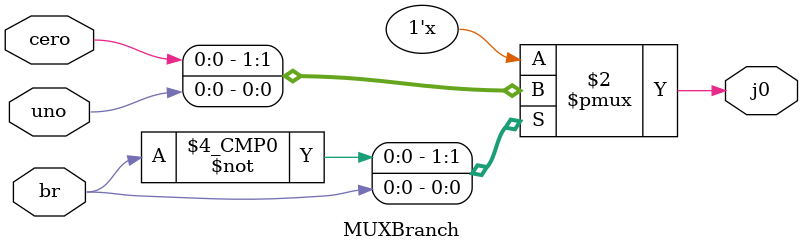
<source format=v>
`timescale 1ns / 1ps
module MUXBranch(
	// MUX 2:1 FOR JUMP SOURCE IN 0
    input uno, // PC+4 
    input cero, // PC+Imm 
	 input br, //FROM OR JUMP/BRANCH
    output reg j0); //OUTPUT FOR PC_NEXT
	// CASE FOR MUX, 1->uno, 0->cero
   always @ (uno or cero or br) begin  
      case (br)  
         1'b0 : j0 <= cero;  
         1'b1 : j0 <= uno;   
      endcase  
   end 
endmodule

</source>
